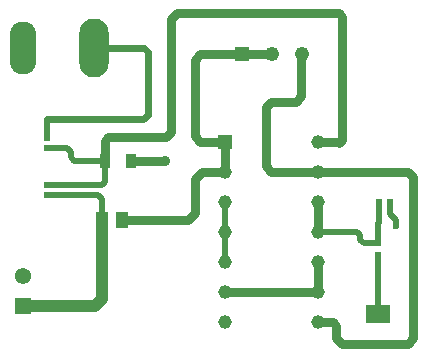
<source format=gtl>
G04*
G04 #@! TF.GenerationSoftware,Altium Limited,Altium Designer,20.2.7 (254)*
G04*
G04 Layer_Physical_Order=1*
G04 Layer_Color=255*
%FSLAX25Y25*%
%MOIN*%
G70*
G04*
G04 #@! TF.SameCoordinates,EE1AD421-979F-440A-8BD1-8888F99C881E*
G04*
G04*
G04 #@! TF.FilePolarity,Positive*
G04*
G01*
G75*
%ADD15R,0.03543X0.05118*%
%ADD16R,0.01968X0.01968*%
%ADD17R,0.02205X0.02362*%
%ADD18R,0.04331X0.05433*%
%ADD19R,0.02362X0.02205*%
%ADD20R,0.02362X0.02008*%
%ADD36C,0.01968*%
%ADD37C,0.02362*%
%ADD38C,0.03150*%
%ADD39C,0.03937*%
%ADD40R,0.05425X0.05425*%
%ADD41C,0.05425*%
%ADD42R,0.04606X0.04606*%
%ADD43C,0.04606*%
%ADD44O,0.09843X0.19685*%
%ADD45O,0.08858X0.17717*%
%ADD46R,0.04795X0.04795*%
%ADD47C,0.04795*%
%ADD48R,0.07874X0.06299*%
%ADD49C,0.02362*%
%ADD50C,0.03543*%
D15*
X67323Y68701D02*
D03*
X58661D02*
D03*
D16*
X149606Y41339D02*
D03*
Y37402D02*
D03*
D17*
X153543Y55118D02*
D03*
X150118D02*
D03*
D18*
X57626Y49213D02*
D03*
X64421D02*
D03*
D19*
X39370Y57342D02*
D03*
Y60768D02*
D03*
D20*
Y73051D02*
D03*
Y76555D02*
D03*
D36*
Y82677D01*
X155512Y47244D02*
Y49213D01*
X153543Y51181D02*
X155512Y49213D01*
X153543Y51181D02*
Y55118D01*
X98543Y45276D02*
Y55276D01*
Y35276D02*
Y45276D01*
X39370Y57342D02*
X56473D01*
X57626Y49213D02*
Y56189D01*
X56473Y57342D02*
X57626Y56189D01*
X149606Y17717D02*
Y37402D01*
X58661Y61921D02*
Y68898D01*
X39370Y60768D02*
X57508D01*
X58661Y61921D01*
X47244Y70051D02*
Y71898D01*
X48397Y68898D02*
X58661D01*
X47244Y70051D02*
X48397Y68898D01*
X39370Y73051D02*
X46091D01*
X47244Y71898D01*
X142548Y45276D02*
X143701Y44122D01*
Y42492D02*
Y44122D01*
X149606Y47933D02*
X150118Y48445D01*
Y55118D01*
X149606Y41339D02*
Y47933D01*
X143701Y42492D02*
X144854Y41339D01*
X149606D01*
X129803Y45276D02*
X142548D01*
D37*
X72835Y84061D02*
Y105146D01*
X39370Y82677D02*
X71451D01*
X72835Y84061D01*
X55118Y106299D02*
X71681D01*
X72835Y105146D01*
D38*
X88583Y102486D02*
X90428Y104331D01*
X104173D01*
X90428Y75276D02*
X98543D01*
X88583Y77121D02*
X90428Y75276D01*
X88583Y77121D02*
Y102486D01*
X78864Y76772D02*
X80709Y78617D01*
X82554Y118110D02*
X136642D01*
X59815Y76772D02*
X78864D01*
X80709Y78617D02*
Y116265D01*
X82554Y118110D01*
X67323Y68898D02*
X78740D01*
X134733Y14997D02*
X135827Y13903D01*
X130082Y14997D02*
X134733D01*
X135827Y9719D02*
Y13903D01*
Y9719D02*
X137672Y7874D01*
X159572D01*
X129803Y65276D02*
X159572D01*
Y7874D02*
X161417Y9719D01*
Y63431D01*
X159572Y65276D02*
X161417Y63431D01*
X129803Y15276D02*
X130082Y14997D01*
X112205Y67121D02*
Y86738D01*
X114050Y65276D02*
X129803D01*
X112205Y67121D02*
X114050Y65276D01*
Y88583D02*
X122171D01*
X112205Y86738D02*
X114050Y88583D01*
X124016Y90428D02*
Y104173D01*
X122171Y88583D02*
X124016Y90428D01*
Y104173D02*
X124173Y104331D01*
X58661Y75618D02*
X59815Y76772D01*
X58661Y68898D02*
Y75618D01*
X104173Y104331D02*
X114173D01*
X129803Y45276D02*
Y55276D01*
X98543Y25276D02*
X129803D01*
X98543Y65276D02*
Y75276D01*
X129803Y25276D02*
Y35276D01*
Y75276D02*
X130082Y74997D01*
X136448D01*
X136642Y74803D01*
X88583Y51519D02*
Y62654D01*
X91076Y65148D02*
X98415D01*
X88583Y62654D02*
X91076Y65148D01*
X64421Y49213D02*
X86276D01*
X88583Y51519D01*
X137795Y75956D02*
Y116957D01*
X136642Y74803D02*
X137795Y75956D01*
X136642Y118110D02*
X137795Y116957D01*
D39*
X98415Y65148D02*
X98543Y65276D01*
X57626Y22897D02*
Y49213D01*
X31496Y20591D02*
X55320D01*
X57626Y22897D01*
X31496Y20591D02*
X31586Y20500D01*
D40*
X31496Y20591D02*
D03*
D41*
Y30591D02*
D03*
D42*
X98543Y75276D02*
D03*
D43*
Y65276D02*
D03*
Y55276D02*
D03*
Y45276D02*
D03*
Y35276D02*
D03*
Y25276D02*
D03*
Y15276D02*
D03*
X129803D02*
D03*
Y25276D02*
D03*
Y35276D02*
D03*
Y45276D02*
D03*
Y55276D02*
D03*
Y65276D02*
D03*
Y75276D02*
D03*
D44*
X55118Y106299D02*
D03*
D45*
X31496D02*
D03*
D46*
X104173Y104331D02*
D03*
D47*
X114173D02*
D03*
X124173D02*
D03*
D48*
X149606Y17717D02*
D03*
D49*
X155512Y47244D02*
D03*
D50*
X78740Y68898D02*
D03*
M02*

</source>
